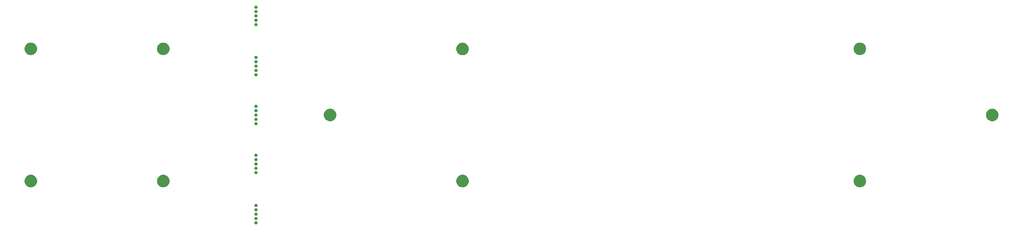
<source format=gbr>
G04 #@! TF.GenerationSoftware,KiCad,Pcbnew,(5.1.2-1)-1*
G04 #@! TF.CreationDate,2020-02-22T14:08:41-06:00*
G04 #@! TF.ProjectId,therick64BASP_bottom_plate,74686572-6963-46b3-9634-424153505f62,rev?*
G04 #@! TF.SameCoordinates,Original*
G04 #@! TF.FileFunction,Soldermask,Bot*
G04 #@! TF.FilePolarity,Negative*
%FSLAX46Y46*%
G04 Gerber Fmt 4.6, Leading zero omitted, Abs format (unit mm)*
G04 Created by KiCad (PCBNEW (5.1.2-1)-1) date 2020-02-22 14:08:41*
%MOMM*%
%LPD*%
G04 APERTURE LIST*
%ADD10C,0.100000*%
G04 APERTURE END LIST*
D10*
G36*
X143771552Y-109226331D02*
G01*
X143853627Y-109260328D01*
X143853629Y-109260329D01*
X143890813Y-109285175D01*
X143927495Y-109309685D01*
X143990315Y-109372505D01*
X144039672Y-109446373D01*
X144073669Y-109528448D01*
X144091000Y-109615579D01*
X144091000Y-109704421D01*
X144073669Y-109791552D01*
X144039672Y-109873627D01*
X144039671Y-109873629D01*
X143990314Y-109947496D01*
X143927496Y-110010314D01*
X143853629Y-110059671D01*
X143853628Y-110059672D01*
X143853627Y-110059672D01*
X143771552Y-110093669D01*
X143684421Y-110111000D01*
X143595579Y-110111000D01*
X143508448Y-110093669D01*
X143426373Y-110059672D01*
X143426372Y-110059672D01*
X143426371Y-110059671D01*
X143352504Y-110010314D01*
X143289686Y-109947496D01*
X143240329Y-109873629D01*
X143240328Y-109873627D01*
X143206331Y-109791552D01*
X143189000Y-109704421D01*
X143189000Y-109615579D01*
X143206331Y-109528448D01*
X143240328Y-109446373D01*
X143289685Y-109372505D01*
X143352505Y-109309685D01*
X143389187Y-109285175D01*
X143426371Y-109260329D01*
X143426373Y-109260328D01*
X143508448Y-109226331D01*
X143595579Y-109209000D01*
X143684421Y-109209000D01*
X143771552Y-109226331D01*
X143771552Y-109226331D01*
G37*
G36*
X143771552Y-107976331D02*
G01*
X143853627Y-108010328D01*
X143853629Y-108010329D01*
X143890813Y-108035175D01*
X143927495Y-108059685D01*
X143990315Y-108122505D01*
X144039672Y-108196373D01*
X144073669Y-108278448D01*
X144091000Y-108365579D01*
X144091000Y-108454421D01*
X144073669Y-108541552D01*
X144039672Y-108623627D01*
X144039671Y-108623629D01*
X143990314Y-108697496D01*
X143927496Y-108760314D01*
X143853629Y-108809671D01*
X143853628Y-108809672D01*
X143853627Y-108809672D01*
X143771552Y-108843669D01*
X143684421Y-108861000D01*
X143595579Y-108861000D01*
X143508448Y-108843669D01*
X143426373Y-108809672D01*
X143426372Y-108809672D01*
X143426371Y-108809671D01*
X143352504Y-108760314D01*
X143289686Y-108697496D01*
X143240329Y-108623629D01*
X143240328Y-108623627D01*
X143206331Y-108541552D01*
X143189000Y-108454421D01*
X143189000Y-108365579D01*
X143206331Y-108278448D01*
X143240328Y-108196373D01*
X143289685Y-108122505D01*
X143352505Y-108059685D01*
X143389187Y-108035175D01*
X143426371Y-108010329D01*
X143426373Y-108010328D01*
X143508448Y-107976331D01*
X143595579Y-107959000D01*
X143684421Y-107959000D01*
X143771552Y-107976331D01*
X143771552Y-107976331D01*
G37*
G36*
X143771552Y-106726331D02*
G01*
X143853627Y-106760328D01*
X143853629Y-106760329D01*
X143890813Y-106785175D01*
X143927495Y-106809685D01*
X143990315Y-106872505D01*
X144039672Y-106946373D01*
X144073669Y-107028448D01*
X144091000Y-107115579D01*
X144091000Y-107204421D01*
X144073669Y-107291552D01*
X144039672Y-107373627D01*
X144039671Y-107373629D01*
X143990314Y-107447496D01*
X143927496Y-107510314D01*
X143853629Y-107559671D01*
X143853628Y-107559672D01*
X143853627Y-107559672D01*
X143771552Y-107593669D01*
X143684421Y-107611000D01*
X143595579Y-107611000D01*
X143508448Y-107593669D01*
X143426373Y-107559672D01*
X143426372Y-107559672D01*
X143426371Y-107559671D01*
X143352504Y-107510314D01*
X143289686Y-107447496D01*
X143240329Y-107373629D01*
X143240328Y-107373627D01*
X143206331Y-107291552D01*
X143189000Y-107204421D01*
X143189000Y-107115579D01*
X143206331Y-107028448D01*
X143240328Y-106946373D01*
X143289685Y-106872505D01*
X143352505Y-106809685D01*
X143389187Y-106785175D01*
X143426371Y-106760329D01*
X143426373Y-106760328D01*
X143508448Y-106726331D01*
X143595579Y-106709000D01*
X143684421Y-106709000D01*
X143771552Y-106726331D01*
X143771552Y-106726331D01*
G37*
G36*
X143771552Y-105476331D02*
G01*
X143853627Y-105510328D01*
X143853629Y-105510329D01*
X143890813Y-105535175D01*
X143927495Y-105559685D01*
X143990315Y-105622505D01*
X144039672Y-105696373D01*
X144073669Y-105778448D01*
X144091000Y-105865579D01*
X144091000Y-105954421D01*
X144073669Y-106041552D01*
X144039672Y-106123627D01*
X144039671Y-106123629D01*
X143990314Y-106197496D01*
X143927496Y-106260314D01*
X143853629Y-106309671D01*
X143853628Y-106309672D01*
X143853627Y-106309672D01*
X143771552Y-106343669D01*
X143684421Y-106361000D01*
X143595579Y-106361000D01*
X143508448Y-106343669D01*
X143426373Y-106309672D01*
X143426372Y-106309672D01*
X143426371Y-106309671D01*
X143352504Y-106260314D01*
X143289686Y-106197496D01*
X143240329Y-106123629D01*
X143240328Y-106123627D01*
X143206331Y-106041552D01*
X143189000Y-105954421D01*
X143189000Y-105865579D01*
X143206331Y-105778448D01*
X143240328Y-105696373D01*
X143289685Y-105622505D01*
X143352505Y-105559685D01*
X143389187Y-105535175D01*
X143426371Y-105510329D01*
X143426373Y-105510328D01*
X143508448Y-105476331D01*
X143595579Y-105459000D01*
X143684421Y-105459000D01*
X143771552Y-105476331D01*
X143771552Y-105476331D01*
G37*
G36*
X143771552Y-104226331D02*
G01*
X143853627Y-104260328D01*
X143853629Y-104260329D01*
X143890813Y-104285175D01*
X143927495Y-104309685D01*
X143990315Y-104372505D01*
X144039672Y-104446373D01*
X144073669Y-104528448D01*
X144091000Y-104615579D01*
X144091000Y-104704421D01*
X144073669Y-104791552D01*
X144039672Y-104873627D01*
X144039671Y-104873629D01*
X143990314Y-104947496D01*
X143927496Y-105010314D01*
X143853629Y-105059671D01*
X143853628Y-105059672D01*
X143853627Y-105059672D01*
X143771552Y-105093669D01*
X143684421Y-105111000D01*
X143595579Y-105111000D01*
X143508448Y-105093669D01*
X143426373Y-105059672D01*
X143426372Y-105059672D01*
X143426371Y-105059671D01*
X143352504Y-105010314D01*
X143289686Y-104947496D01*
X143240329Y-104873629D01*
X143240328Y-104873627D01*
X143206331Y-104791552D01*
X143189000Y-104704421D01*
X143189000Y-104615579D01*
X143206331Y-104528448D01*
X143240328Y-104446373D01*
X143289685Y-104372505D01*
X143352505Y-104309685D01*
X143389187Y-104285175D01*
X143426371Y-104260329D01*
X143426373Y-104260328D01*
X143508448Y-104226331D01*
X143595579Y-104209000D01*
X143684421Y-104209000D01*
X143771552Y-104226331D01*
X143771552Y-104226331D01*
G37*
G36*
X317445331Y-95928211D02*
G01*
X317773092Y-96063974D01*
X318068070Y-96261072D01*
X318318928Y-96511930D01*
X318516026Y-96806908D01*
X318651789Y-97134669D01*
X318721000Y-97482616D01*
X318721000Y-97837384D01*
X318651789Y-98185331D01*
X318516026Y-98513092D01*
X318318928Y-98808070D01*
X318068070Y-99058928D01*
X317773092Y-99256026D01*
X317445331Y-99391789D01*
X317097384Y-99461000D01*
X316742616Y-99461000D01*
X316394669Y-99391789D01*
X316066908Y-99256026D01*
X315771930Y-99058928D01*
X315521072Y-98808070D01*
X315323974Y-98513092D01*
X315188211Y-98185331D01*
X315119000Y-97837384D01*
X315119000Y-97482616D01*
X315188211Y-97134669D01*
X315323974Y-96806908D01*
X315521072Y-96511930D01*
X315771930Y-96261072D01*
X316066908Y-96063974D01*
X316394669Y-95928211D01*
X316742616Y-95859000D01*
X317097384Y-95859000D01*
X317445331Y-95928211D01*
X317445331Y-95928211D01*
G37*
G36*
X203445331Y-95928211D02*
G01*
X203773092Y-96063974D01*
X204068070Y-96261072D01*
X204318928Y-96511930D01*
X204516026Y-96806908D01*
X204651789Y-97134669D01*
X204721000Y-97482616D01*
X204721000Y-97837384D01*
X204651789Y-98185331D01*
X204516026Y-98513092D01*
X204318928Y-98808070D01*
X204068070Y-99058928D01*
X203773092Y-99256026D01*
X203445331Y-99391789D01*
X203097384Y-99461000D01*
X202742616Y-99461000D01*
X202394669Y-99391789D01*
X202066908Y-99256026D01*
X201771930Y-99058928D01*
X201521072Y-98808070D01*
X201323974Y-98513092D01*
X201188211Y-98185331D01*
X201119000Y-97837384D01*
X201119000Y-97482616D01*
X201188211Y-97134669D01*
X201323974Y-96806908D01*
X201521072Y-96511930D01*
X201771930Y-96261072D01*
X202066908Y-96063974D01*
X202394669Y-95928211D01*
X202742616Y-95859000D01*
X203097384Y-95859000D01*
X203445331Y-95928211D01*
X203445331Y-95928211D01*
G37*
G36*
X117565331Y-95928211D02*
G01*
X117893092Y-96063974D01*
X118188070Y-96261072D01*
X118438928Y-96511930D01*
X118636026Y-96806908D01*
X118771789Y-97134669D01*
X118841000Y-97482616D01*
X118841000Y-97837384D01*
X118771789Y-98185331D01*
X118636026Y-98513092D01*
X118438928Y-98808070D01*
X118188070Y-99058928D01*
X117893092Y-99256026D01*
X117565331Y-99391789D01*
X117217384Y-99461000D01*
X116862616Y-99461000D01*
X116514669Y-99391789D01*
X116186908Y-99256026D01*
X115891930Y-99058928D01*
X115641072Y-98808070D01*
X115443974Y-98513092D01*
X115308211Y-98185331D01*
X115239000Y-97837384D01*
X115239000Y-97482616D01*
X115308211Y-97134669D01*
X115443974Y-96806908D01*
X115641072Y-96511930D01*
X115891930Y-96261072D01*
X116186908Y-96063974D01*
X116514669Y-95928211D01*
X116862616Y-95859000D01*
X117217384Y-95859000D01*
X117565331Y-95928211D01*
X117565331Y-95928211D01*
G37*
G36*
X79565331Y-95928211D02*
G01*
X79893092Y-96063974D01*
X80188070Y-96261072D01*
X80438928Y-96511930D01*
X80636026Y-96806908D01*
X80771789Y-97134669D01*
X80841000Y-97482616D01*
X80841000Y-97837384D01*
X80771789Y-98185331D01*
X80636026Y-98513092D01*
X80438928Y-98808070D01*
X80188070Y-99058928D01*
X79893092Y-99256026D01*
X79565331Y-99391789D01*
X79217384Y-99461000D01*
X78862616Y-99461000D01*
X78514669Y-99391789D01*
X78186908Y-99256026D01*
X77891930Y-99058928D01*
X77641072Y-98808070D01*
X77443974Y-98513092D01*
X77308211Y-98185331D01*
X77239000Y-97837384D01*
X77239000Y-97482616D01*
X77308211Y-97134669D01*
X77443974Y-96806908D01*
X77641072Y-96511930D01*
X77891930Y-96261072D01*
X78186908Y-96063974D01*
X78514669Y-95928211D01*
X78862616Y-95859000D01*
X79217384Y-95859000D01*
X79565331Y-95928211D01*
X79565331Y-95928211D01*
G37*
G36*
X143771552Y-94786331D02*
G01*
X143853627Y-94820328D01*
X143853629Y-94820329D01*
X143890813Y-94845175D01*
X143927495Y-94869685D01*
X143990315Y-94932505D01*
X144039672Y-95006373D01*
X144073669Y-95088448D01*
X144091000Y-95175579D01*
X144091000Y-95264421D01*
X144073669Y-95351552D01*
X144039672Y-95433627D01*
X144039671Y-95433629D01*
X143990314Y-95507496D01*
X143927496Y-95570314D01*
X143853629Y-95619671D01*
X143853628Y-95619672D01*
X143853627Y-95619672D01*
X143771552Y-95653669D01*
X143684421Y-95671000D01*
X143595579Y-95671000D01*
X143508448Y-95653669D01*
X143426373Y-95619672D01*
X143426372Y-95619672D01*
X143426371Y-95619671D01*
X143352504Y-95570314D01*
X143289686Y-95507496D01*
X143240329Y-95433629D01*
X143240328Y-95433627D01*
X143206331Y-95351552D01*
X143189000Y-95264421D01*
X143189000Y-95175579D01*
X143206331Y-95088448D01*
X143240328Y-95006373D01*
X143289685Y-94932505D01*
X143352505Y-94869685D01*
X143389187Y-94845175D01*
X143426371Y-94820329D01*
X143426373Y-94820328D01*
X143508448Y-94786331D01*
X143595579Y-94769000D01*
X143684421Y-94769000D01*
X143771552Y-94786331D01*
X143771552Y-94786331D01*
G37*
G36*
X143771552Y-93536331D02*
G01*
X143853627Y-93570328D01*
X143853629Y-93570329D01*
X143890813Y-93595175D01*
X143927495Y-93619685D01*
X143990315Y-93682505D01*
X144039672Y-93756373D01*
X144073669Y-93838448D01*
X144091000Y-93925579D01*
X144091000Y-94014421D01*
X144073669Y-94101552D01*
X144039672Y-94183627D01*
X144039671Y-94183629D01*
X143990314Y-94257496D01*
X143927496Y-94320314D01*
X143853629Y-94369671D01*
X143853628Y-94369672D01*
X143853627Y-94369672D01*
X143771552Y-94403669D01*
X143684421Y-94421000D01*
X143595579Y-94421000D01*
X143508448Y-94403669D01*
X143426373Y-94369672D01*
X143426372Y-94369672D01*
X143426371Y-94369671D01*
X143352504Y-94320314D01*
X143289686Y-94257496D01*
X143240329Y-94183629D01*
X143240328Y-94183627D01*
X143206331Y-94101552D01*
X143189000Y-94014421D01*
X143189000Y-93925579D01*
X143206331Y-93838448D01*
X143240328Y-93756373D01*
X143289685Y-93682505D01*
X143352505Y-93619685D01*
X143389187Y-93595175D01*
X143426371Y-93570329D01*
X143426373Y-93570328D01*
X143508448Y-93536331D01*
X143595579Y-93519000D01*
X143684421Y-93519000D01*
X143771552Y-93536331D01*
X143771552Y-93536331D01*
G37*
G36*
X143771552Y-92286331D02*
G01*
X143853627Y-92320328D01*
X143853629Y-92320329D01*
X143890813Y-92345175D01*
X143927495Y-92369685D01*
X143990315Y-92432505D01*
X144039672Y-92506373D01*
X144073669Y-92588448D01*
X144091000Y-92675579D01*
X144091000Y-92764421D01*
X144073669Y-92851552D01*
X144039672Y-92933627D01*
X144039671Y-92933629D01*
X143990314Y-93007496D01*
X143927496Y-93070314D01*
X143853629Y-93119671D01*
X143853628Y-93119672D01*
X143853627Y-93119672D01*
X143771552Y-93153669D01*
X143684421Y-93171000D01*
X143595579Y-93171000D01*
X143508448Y-93153669D01*
X143426373Y-93119672D01*
X143426372Y-93119672D01*
X143426371Y-93119671D01*
X143352504Y-93070314D01*
X143289686Y-93007496D01*
X143240329Y-92933629D01*
X143240328Y-92933627D01*
X143206331Y-92851552D01*
X143189000Y-92764421D01*
X143189000Y-92675579D01*
X143206331Y-92588448D01*
X143240328Y-92506373D01*
X143289685Y-92432505D01*
X143352505Y-92369685D01*
X143389187Y-92345175D01*
X143426371Y-92320329D01*
X143426373Y-92320328D01*
X143508448Y-92286331D01*
X143595579Y-92269000D01*
X143684421Y-92269000D01*
X143771552Y-92286331D01*
X143771552Y-92286331D01*
G37*
G36*
X143771552Y-91036331D02*
G01*
X143853627Y-91070328D01*
X143853629Y-91070329D01*
X143890813Y-91095175D01*
X143927495Y-91119685D01*
X143990315Y-91182505D01*
X144039672Y-91256373D01*
X144073669Y-91338448D01*
X144091000Y-91425579D01*
X144091000Y-91514421D01*
X144073669Y-91601552D01*
X144039672Y-91683627D01*
X144039671Y-91683629D01*
X143990314Y-91757496D01*
X143927496Y-91820314D01*
X143853629Y-91869671D01*
X143853628Y-91869672D01*
X143853627Y-91869672D01*
X143771552Y-91903669D01*
X143684421Y-91921000D01*
X143595579Y-91921000D01*
X143508448Y-91903669D01*
X143426373Y-91869672D01*
X143426372Y-91869672D01*
X143426371Y-91869671D01*
X143352504Y-91820314D01*
X143289686Y-91757496D01*
X143240329Y-91683629D01*
X143240328Y-91683627D01*
X143206331Y-91601552D01*
X143189000Y-91514421D01*
X143189000Y-91425579D01*
X143206331Y-91338448D01*
X143240328Y-91256373D01*
X143289685Y-91182505D01*
X143352505Y-91119685D01*
X143389187Y-91095175D01*
X143426371Y-91070329D01*
X143426373Y-91070328D01*
X143508448Y-91036331D01*
X143595579Y-91019000D01*
X143684421Y-91019000D01*
X143771552Y-91036331D01*
X143771552Y-91036331D01*
G37*
G36*
X143771552Y-89786331D02*
G01*
X143853627Y-89820328D01*
X143853629Y-89820329D01*
X143890813Y-89845175D01*
X143927495Y-89869685D01*
X143990315Y-89932505D01*
X144039672Y-90006373D01*
X144073669Y-90088448D01*
X144091000Y-90175579D01*
X144091000Y-90264421D01*
X144073669Y-90351552D01*
X144039672Y-90433627D01*
X144039671Y-90433629D01*
X143990314Y-90507496D01*
X143927496Y-90570314D01*
X143853629Y-90619671D01*
X143853628Y-90619672D01*
X143853627Y-90619672D01*
X143771552Y-90653669D01*
X143684421Y-90671000D01*
X143595579Y-90671000D01*
X143508448Y-90653669D01*
X143426373Y-90619672D01*
X143426372Y-90619672D01*
X143426371Y-90619671D01*
X143352504Y-90570314D01*
X143289686Y-90507496D01*
X143240329Y-90433629D01*
X143240328Y-90433627D01*
X143206331Y-90351552D01*
X143189000Y-90264421D01*
X143189000Y-90175579D01*
X143206331Y-90088448D01*
X143240328Y-90006373D01*
X143289685Y-89932505D01*
X143352505Y-89869685D01*
X143389187Y-89845175D01*
X143426371Y-89820329D01*
X143426373Y-89820328D01*
X143508448Y-89786331D01*
X143595579Y-89769000D01*
X143684421Y-89769000D01*
X143771552Y-89786331D01*
X143771552Y-89786331D01*
G37*
G36*
X143771552Y-80726331D02*
G01*
X143853627Y-80760328D01*
X143853629Y-80760329D01*
X143890813Y-80785175D01*
X143927495Y-80809685D01*
X143990315Y-80872505D01*
X144039672Y-80946373D01*
X144073669Y-81028448D01*
X144091000Y-81115579D01*
X144091000Y-81204421D01*
X144073669Y-81291552D01*
X144039672Y-81373627D01*
X144039671Y-81373629D01*
X143990314Y-81447496D01*
X143927496Y-81510314D01*
X143853629Y-81559671D01*
X143853628Y-81559672D01*
X143853627Y-81559672D01*
X143771552Y-81593669D01*
X143684421Y-81611000D01*
X143595579Y-81611000D01*
X143508448Y-81593669D01*
X143426373Y-81559672D01*
X143426372Y-81559672D01*
X143426371Y-81559671D01*
X143352504Y-81510314D01*
X143289686Y-81447496D01*
X143240329Y-81373629D01*
X143240328Y-81373627D01*
X143206331Y-81291552D01*
X143189000Y-81204421D01*
X143189000Y-81115579D01*
X143206331Y-81028448D01*
X143240328Y-80946373D01*
X143289685Y-80872505D01*
X143352505Y-80809685D01*
X143389187Y-80785175D01*
X143426371Y-80760329D01*
X143426373Y-80760328D01*
X143508448Y-80726331D01*
X143595579Y-80709000D01*
X143684421Y-80709000D01*
X143771552Y-80726331D01*
X143771552Y-80726331D01*
G37*
G36*
X165445331Y-76928211D02*
G01*
X165773092Y-77063974D01*
X166068070Y-77261072D01*
X166318928Y-77511930D01*
X166516026Y-77806908D01*
X166651789Y-78134669D01*
X166721000Y-78482616D01*
X166721000Y-78837384D01*
X166651789Y-79185331D01*
X166516026Y-79513092D01*
X166318928Y-79808070D01*
X166068070Y-80058928D01*
X165773092Y-80256026D01*
X165445331Y-80391789D01*
X165097384Y-80461000D01*
X164742616Y-80461000D01*
X164394669Y-80391789D01*
X164066908Y-80256026D01*
X163771930Y-80058928D01*
X163521072Y-79808070D01*
X163323974Y-79513092D01*
X163188211Y-79185331D01*
X163119000Y-78837384D01*
X163119000Y-78482616D01*
X163188211Y-78134669D01*
X163323974Y-77806908D01*
X163521072Y-77511930D01*
X163771930Y-77261072D01*
X164066908Y-77063974D01*
X164394669Y-76928211D01*
X164742616Y-76859000D01*
X165097384Y-76859000D01*
X165445331Y-76928211D01*
X165445331Y-76928211D01*
G37*
G36*
X355445331Y-76928211D02*
G01*
X355773092Y-77063974D01*
X356068070Y-77261072D01*
X356318928Y-77511930D01*
X356516026Y-77806908D01*
X356651789Y-78134669D01*
X356721000Y-78482616D01*
X356721000Y-78837384D01*
X356651789Y-79185331D01*
X356516026Y-79513092D01*
X356318928Y-79808070D01*
X356068070Y-80058928D01*
X355773092Y-80256026D01*
X355445331Y-80391789D01*
X355097384Y-80461000D01*
X354742616Y-80461000D01*
X354394669Y-80391789D01*
X354066908Y-80256026D01*
X353771930Y-80058928D01*
X353521072Y-79808070D01*
X353323974Y-79513092D01*
X353188211Y-79185331D01*
X353119000Y-78837384D01*
X353119000Y-78482616D01*
X353188211Y-78134669D01*
X353323974Y-77806908D01*
X353521072Y-77511930D01*
X353771930Y-77261072D01*
X354066908Y-77063974D01*
X354394669Y-76928211D01*
X354742616Y-76859000D01*
X355097384Y-76859000D01*
X355445331Y-76928211D01*
X355445331Y-76928211D01*
G37*
G36*
X143771552Y-79476331D02*
G01*
X143853627Y-79510328D01*
X143853629Y-79510329D01*
X143890813Y-79535175D01*
X143927495Y-79559685D01*
X143990315Y-79622505D01*
X144039672Y-79696373D01*
X144073669Y-79778448D01*
X144091000Y-79865579D01*
X144091000Y-79954421D01*
X144073669Y-80041552D01*
X144039672Y-80123627D01*
X144039671Y-80123629D01*
X143990314Y-80197496D01*
X143927496Y-80260314D01*
X143853629Y-80309671D01*
X143853628Y-80309672D01*
X143853627Y-80309672D01*
X143771552Y-80343669D01*
X143684421Y-80361000D01*
X143595579Y-80361000D01*
X143508448Y-80343669D01*
X143426373Y-80309672D01*
X143426372Y-80309672D01*
X143426371Y-80309671D01*
X143352504Y-80260314D01*
X143289686Y-80197496D01*
X143240329Y-80123629D01*
X143240328Y-80123627D01*
X143206331Y-80041552D01*
X143189000Y-79954421D01*
X143189000Y-79865579D01*
X143206331Y-79778448D01*
X143240328Y-79696373D01*
X143289685Y-79622505D01*
X143352505Y-79559685D01*
X143389187Y-79535175D01*
X143426371Y-79510329D01*
X143426373Y-79510328D01*
X143508448Y-79476331D01*
X143595579Y-79459000D01*
X143684421Y-79459000D01*
X143771552Y-79476331D01*
X143771552Y-79476331D01*
G37*
G36*
X143771552Y-78226331D02*
G01*
X143853627Y-78260328D01*
X143853629Y-78260329D01*
X143890813Y-78285175D01*
X143927495Y-78309685D01*
X143990315Y-78372505D01*
X144039672Y-78446373D01*
X144073669Y-78528448D01*
X144091000Y-78615579D01*
X144091000Y-78704421D01*
X144073669Y-78791552D01*
X144039672Y-78873627D01*
X144039671Y-78873629D01*
X143990314Y-78947496D01*
X143927496Y-79010314D01*
X143853629Y-79059671D01*
X143853628Y-79059672D01*
X143853627Y-79059672D01*
X143771552Y-79093669D01*
X143684421Y-79111000D01*
X143595579Y-79111000D01*
X143508448Y-79093669D01*
X143426373Y-79059672D01*
X143426372Y-79059672D01*
X143426371Y-79059671D01*
X143352504Y-79010314D01*
X143289686Y-78947496D01*
X143240329Y-78873629D01*
X143240328Y-78873627D01*
X143206331Y-78791552D01*
X143189000Y-78704421D01*
X143189000Y-78615579D01*
X143206331Y-78528448D01*
X143240328Y-78446373D01*
X143289685Y-78372505D01*
X143352505Y-78309685D01*
X143389187Y-78285175D01*
X143426371Y-78260329D01*
X143426373Y-78260328D01*
X143508448Y-78226331D01*
X143595579Y-78209000D01*
X143684421Y-78209000D01*
X143771552Y-78226331D01*
X143771552Y-78226331D01*
G37*
G36*
X143771552Y-76976331D02*
G01*
X143853627Y-77010328D01*
X143853629Y-77010329D01*
X143890813Y-77035175D01*
X143927495Y-77059685D01*
X143990315Y-77122505D01*
X144039672Y-77196373D01*
X144073669Y-77278448D01*
X144091000Y-77365579D01*
X144091000Y-77454421D01*
X144073669Y-77541552D01*
X144039672Y-77623627D01*
X144039671Y-77623629D01*
X143990314Y-77697496D01*
X143927496Y-77760314D01*
X143853629Y-77809671D01*
X143853628Y-77809672D01*
X143853627Y-77809672D01*
X143771552Y-77843669D01*
X143684421Y-77861000D01*
X143595579Y-77861000D01*
X143508448Y-77843669D01*
X143426373Y-77809672D01*
X143426372Y-77809672D01*
X143426371Y-77809671D01*
X143352504Y-77760314D01*
X143289686Y-77697496D01*
X143240329Y-77623629D01*
X143240328Y-77623627D01*
X143206331Y-77541552D01*
X143189000Y-77454421D01*
X143189000Y-77365579D01*
X143206331Y-77278448D01*
X143240328Y-77196373D01*
X143289685Y-77122505D01*
X143352505Y-77059685D01*
X143389187Y-77035175D01*
X143426371Y-77010329D01*
X143426373Y-77010328D01*
X143508448Y-76976331D01*
X143595579Y-76959000D01*
X143684421Y-76959000D01*
X143771552Y-76976331D01*
X143771552Y-76976331D01*
G37*
G36*
X143771552Y-75726331D02*
G01*
X143853627Y-75760328D01*
X143853629Y-75760329D01*
X143890813Y-75785175D01*
X143927495Y-75809685D01*
X143990315Y-75872505D01*
X144039672Y-75946373D01*
X144073669Y-76028448D01*
X144091000Y-76115579D01*
X144091000Y-76204421D01*
X144073669Y-76291552D01*
X144039672Y-76373627D01*
X144039671Y-76373629D01*
X143990314Y-76447496D01*
X143927496Y-76510314D01*
X143853629Y-76559671D01*
X143853628Y-76559672D01*
X143853627Y-76559672D01*
X143771552Y-76593669D01*
X143684421Y-76611000D01*
X143595579Y-76611000D01*
X143508448Y-76593669D01*
X143426373Y-76559672D01*
X143426372Y-76559672D01*
X143426371Y-76559671D01*
X143352504Y-76510314D01*
X143289686Y-76447496D01*
X143240329Y-76373629D01*
X143240328Y-76373627D01*
X143206331Y-76291552D01*
X143189000Y-76204421D01*
X143189000Y-76115579D01*
X143206331Y-76028448D01*
X143240328Y-75946373D01*
X143289685Y-75872505D01*
X143352505Y-75809685D01*
X143389187Y-75785175D01*
X143426371Y-75760329D01*
X143426373Y-75760328D01*
X143508448Y-75726331D01*
X143595579Y-75709000D01*
X143684421Y-75709000D01*
X143771552Y-75726331D01*
X143771552Y-75726331D01*
G37*
G36*
X143771552Y-66666331D02*
G01*
X143853627Y-66700328D01*
X143853629Y-66700329D01*
X143890813Y-66725175D01*
X143927495Y-66749685D01*
X143990315Y-66812505D01*
X144039672Y-66886373D01*
X144073669Y-66968448D01*
X144091000Y-67055579D01*
X144091000Y-67144421D01*
X144073669Y-67231552D01*
X144039672Y-67313627D01*
X144039671Y-67313629D01*
X143990314Y-67387496D01*
X143927496Y-67450314D01*
X143853629Y-67499671D01*
X143853628Y-67499672D01*
X143853627Y-67499672D01*
X143771552Y-67533669D01*
X143684421Y-67551000D01*
X143595579Y-67551000D01*
X143508448Y-67533669D01*
X143426373Y-67499672D01*
X143426372Y-67499672D01*
X143426371Y-67499671D01*
X143352504Y-67450314D01*
X143289686Y-67387496D01*
X143240329Y-67313629D01*
X143240328Y-67313627D01*
X143206331Y-67231552D01*
X143189000Y-67144421D01*
X143189000Y-67055579D01*
X143206331Y-66968448D01*
X143240328Y-66886373D01*
X143289685Y-66812505D01*
X143352505Y-66749685D01*
X143389187Y-66725175D01*
X143426371Y-66700329D01*
X143426373Y-66700328D01*
X143508448Y-66666331D01*
X143595579Y-66649000D01*
X143684421Y-66649000D01*
X143771552Y-66666331D01*
X143771552Y-66666331D01*
G37*
G36*
X143771552Y-65416331D02*
G01*
X143853627Y-65450328D01*
X143853629Y-65450329D01*
X143890813Y-65475175D01*
X143927495Y-65499685D01*
X143990315Y-65562505D01*
X144039672Y-65636373D01*
X144073669Y-65718448D01*
X144091000Y-65805579D01*
X144091000Y-65894421D01*
X144073669Y-65981552D01*
X144039672Y-66063627D01*
X144039671Y-66063629D01*
X143990314Y-66137496D01*
X143927496Y-66200314D01*
X143853629Y-66249671D01*
X143853628Y-66249672D01*
X143853627Y-66249672D01*
X143771552Y-66283669D01*
X143684421Y-66301000D01*
X143595579Y-66301000D01*
X143508448Y-66283669D01*
X143426373Y-66249672D01*
X143426372Y-66249672D01*
X143426371Y-66249671D01*
X143352504Y-66200314D01*
X143289686Y-66137496D01*
X143240329Y-66063629D01*
X143240328Y-66063627D01*
X143206331Y-65981552D01*
X143189000Y-65894421D01*
X143189000Y-65805579D01*
X143206331Y-65718448D01*
X143240328Y-65636373D01*
X143289685Y-65562505D01*
X143352505Y-65499685D01*
X143389187Y-65475175D01*
X143426371Y-65450329D01*
X143426373Y-65450328D01*
X143508448Y-65416331D01*
X143595579Y-65399000D01*
X143684421Y-65399000D01*
X143771552Y-65416331D01*
X143771552Y-65416331D01*
G37*
G36*
X143771552Y-64166331D02*
G01*
X143853627Y-64200328D01*
X143853629Y-64200329D01*
X143890813Y-64225175D01*
X143927495Y-64249685D01*
X143990315Y-64312505D01*
X144039672Y-64386373D01*
X144073669Y-64468448D01*
X144091000Y-64555579D01*
X144091000Y-64644421D01*
X144073669Y-64731552D01*
X144039672Y-64813627D01*
X144039671Y-64813629D01*
X143990314Y-64887496D01*
X143927496Y-64950314D01*
X143853629Y-64999671D01*
X143853628Y-64999672D01*
X143853627Y-64999672D01*
X143771552Y-65033669D01*
X143684421Y-65051000D01*
X143595579Y-65051000D01*
X143508448Y-65033669D01*
X143426373Y-64999672D01*
X143426372Y-64999672D01*
X143426371Y-64999671D01*
X143352504Y-64950314D01*
X143289686Y-64887496D01*
X143240329Y-64813629D01*
X143240328Y-64813627D01*
X143206331Y-64731552D01*
X143189000Y-64644421D01*
X143189000Y-64555579D01*
X143206331Y-64468448D01*
X143240328Y-64386373D01*
X143289685Y-64312505D01*
X143352505Y-64249685D01*
X143389187Y-64225175D01*
X143426371Y-64200329D01*
X143426373Y-64200328D01*
X143508448Y-64166331D01*
X143595579Y-64149000D01*
X143684421Y-64149000D01*
X143771552Y-64166331D01*
X143771552Y-64166331D01*
G37*
G36*
X143771552Y-62916331D02*
G01*
X143853627Y-62950328D01*
X143853629Y-62950329D01*
X143890813Y-62975175D01*
X143927495Y-62999685D01*
X143990315Y-63062505D01*
X144039672Y-63136373D01*
X144073669Y-63218448D01*
X144091000Y-63305579D01*
X144091000Y-63394421D01*
X144073669Y-63481552D01*
X144039672Y-63563627D01*
X144039671Y-63563629D01*
X143990314Y-63637496D01*
X143927496Y-63700314D01*
X143853629Y-63749671D01*
X143853628Y-63749672D01*
X143853627Y-63749672D01*
X143771552Y-63783669D01*
X143684421Y-63801000D01*
X143595579Y-63801000D01*
X143508448Y-63783669D01*
X143426373Y-63749672D01*
X143426372Y-63749672D01*
X143426371Y-63749671D01*
X143352504Y-63700314D01*
X143289686Y-63637496D01*
X143240329Y-63563629D01*
X143240328Y-63563627D01*
X143206331Y-63481552D01*
X143189000Y-63394421D01*
X143189000Y-63305579D01*
X143206331Y-63218448D01*
X143240328Y-63136373D01*
X143289685Y-63062505D01*
X143352505Y-62999685D01*
X143389187Y-62975175D01*
X143426371Y-62950329D01*
X143426373Y-62950328D01*
X143508448Y-62916331D01*
X143595579Y-62899000D01*
X143684421Y-62899000D01*
X143771552Y-62916331D01*
X143771552Y-62916331D01*
G37*
G36*
X143771552Y-61666331D02*
G01*
X143853627Y-61700328D01*
X143853629Y-61700329D01*
X143890813Y-61725175D01*
X143927495Y-61749685D01*
X143990315Y-61812505D01*
X144039672Y-61886373D01*
X144073669Y-61968448D01*
X144091000Y-62055579D01*
X144091000Y-62144421D01*
X144073669Y-62231552D01*
X144039672Y-62313627D01*
X144039671Y-62313629D01*
X143990314Y-62387496D01*
X143927496Y-62450314D01*
X143853629Y-62499671D01*
X143853628Y-62499672D01*
X143853627Y-62499672D01*
X143771552Y-62533669D01*
X143684421Y-62551000D01*
X143595579Y-62551000D01*
X143508448Y-62533669D01*
X143426373Y-62499672D01*
X143426372Y-62499672D01*
X143426371Y-62499671D01*
X143352504Y-62450314D01*
X143289686Y-62387496D01*
X143240329Y-62313629D01*
X143240328Y-62313627D01*
X143206331Y-62231552D01*
X143189000Y-62144421D01*
X143189000Y-62055579D01*
X143206331Y-61968448D01*
X143240328Y-61886373D01*
X143289685Y-61812505D01*
X143352505Y-61749685D01*
X143389187Y-61725175D01*
X143426371Y-61700329D01*
X143426373Y-61700328D01*
X143508448Y-61666331D01*
X143595579Y-61649000D01*
X143684421Y-61649000D01*
X143771552Y-61666331D01*
X143771552Y-61666331D01*
G37*
G36*
X203445331Y-57943211D02*
G01*
X203773092Y-58078974D01*
X204068070Y-58276072D01*
X204318928Y-58526930D01*
X204516026Y-58821908D01*
X204651789Y-59149669D01*
X204721000Y-59497616D01*
X204721000Y-59852384D01*
X204651789Y-60200331D01*
X204516026Y-60528092D01*
X204318928Y-60823070D01*
X204068070Y-61073928D01*
X203773092Y-61271026D01*
X203445331Y-61406789D01*
X203097384Y-61476000D01*
X202742616Y-61476000D01*
X202394669Y-61406789D01*
X202066908Y-61271026D01*
X201771930Y-61073928D01*
X201521072Y-60823070D01*
X201323974Y-60528092D01*
X201188211Y-60200331D01*
X201119000Y-59852384D01*
X201119000Y-59497616D01*
X201188211Y-59149669D01*
X201323974Y-58821908D01*
X201521072Y-58526930D01*
X201771930Y-58276072D01*
X202066908Y-58078974D01*
X202394669Y-57943211D01*
X202742616Y-57874000D01*
X203097384Y-57874000D01*
X203445331Y-57943211D01*
X203445331Y-57943211D01*
G37*
G36*
X117565331Y-57928211D02*
G01*
X117893092Y-58063974D01*
X118188070Y-58261072D01*
X118438928Y-58511930D01*
X118636026Y-58806908D01*
X118771789Y-59134669D01*
X118841000Y-59482616D01*
X118841000Y-59837384D01*
X118771789Y-60185331D01*
X118636026Y-60513092D01*
X118438928Y-60808070D01*
X118188070Y-61058928D01*
X117893092Y-61256026D01*
X117565331Y-61391789D01*
X117217384Y-61461000D01*
X116862616Y-61461000D01*
X116514669Y-61391789D01*
X116186908Y-61256026D01*
X115891930Y-61058928D01*
X115641072Y-60808070D01*
X115443974Y-60513092D01*
X115308211Y-60185331D01*
X115239000Y-59837384D01*
X115239000Y-59482616D01*
X115308211Y-59134669D01*
X115443974Y-58806908D01*
X115641072Y-58511930D01*
X115891930Y-58261072D01*
X116186908Y-58063974D01*
X116514669Y-57928211D01*
X116862616Y-57859000D01*
X117217384Y-57859000D01*
X117565331Y-57928211D01*
X117565331Y-57928211D01*
G37*
G36*
X317445331Y-57928211D02*
G01*
X317773092Y-58063974D01*
X318068070Y-58261072D01*
X318318928Y-58511930D01*
X318516026Y-58806908D01*
X318651789Y-59134669D01*
X318721000Y-59482616D01*
X318721000Y-59837384D01*
X318651789Y-60185331D01*
X318516026Y-60513092D01*
X318318928Y-60808070D01*
X318068070Y-61058928D01*
X317773092Y-61256026D01*
X317445331Y-61391789D01*
X317097384Y-61461000D01*
X316742616Y-61461000D01*
X316394669Y-61391789D01*
X316066908Y-61256026D01*
X315771930Y-61058928D01*
X315521072Y-60808070D01*
X315323974Y-60513092D01*
X315188211Y-60185331D01*
X315119000Y-59837384D01*
X315119000Y-59482616D01*
X315188211Y-59134669D01*
X315323974Y-58806908D01*
X315521072Y-58511930D01*
X315771930Y-58261072D01*
X316066908Y-58063974D01*
X316394669Y-57928211D01*
X316742616Y-57859000D01*
X317097384Y-57859000D01*
X317445331Y-57928211D01*
X317445331Y-57928211D01*
G37*
G36*
X79565331Y-57928211D02*
G01*
X79893092Y-58063974D01*
X80188070Y-58261072D01*
X80438928Y-58511930D01*
X80636026Y-58806908D01*
X80771789Y-59134669D01*
X80841000Y-59482616D01*
X80841000Y-59837384D01*
X80771789Y-60185331D01*
X80636026Y-60513092D01*
X80438928Y-60808070D01*
X80188070Y-61058928D01*
X79893092Y-61256026D01*
X79565331Y-61391789D01*
X79217384Y-61461000D01*
X78862616Y-61461000D01*
X78514669Y-61391789D01*
X78186908Y-61256026D01*
X77891930Y-61058928D01*
X77641072Y-60808070D01*
X77443974Y-60513092D01*
X77308211Y-60185331D01*
X77239000Y-59837384D01*
X77239000Y-59482616D01*
X77308211Y-59134669D01*
X77443974Y-58806908D01*
X77641072Y-58511930D01*
X77891930Y-58261072D01*
X78186908Y-58063974D01*
X78514669Y-57928211D01*
X78862616Y-57859000D01*
X79217384Y-57859000D01*
X79565331Y-57928211D01*
X79565331Y-57928211D01*
G37*
G36*
X143771552Y-52226331D02*
G01*
X143853627Y-52260328D01*
X143853629Y-52260329D01*
X143890813Y-52285175D01*
X143927495Y-52309685D01*
X143990315Y-52372505D01*
X144039672Y-52446373D01*
X144073669Y-52528448D01*
X144091000Y-52615579D01*
X144091000Y-52704421D01*
X144073669Y-52791552D01*
X144039672Y-52873627D01*
X144039671Y-52873629D01*
X143990314Y-52947496D01*
X143927496Y-53010314D01*
X143853629Y-53059671D01*
X143853628Y-53059672D01*
X143853627Y-53059672D01*
X143771552Y-53093669D01*
X143684421Y-53111000D01*
X143595579Y-53111000D01*
X143508448Y-53093669D01*
X143426373Y-53059672D01*
X143426372Y-53059672D01*
X143426371Y-53059671D01*
X143352504Y-53010314D01*
X143289686Y-52947496D01*
X143240329Y-52873629D01*
X143240328Y-52873627D01*
X143206331Y-52791552D01*
X143189000Y-52704421D01*
X143189000Y-52615579D01*
X143206331Y-52528448D01*
X143240328Y-52446373D01*
X143289685Y-52372505D01*
X143352505Y-52309685D01*
X143389187Y-52285175D01*
X143426371Y-52260329D01*
X143426373Y-52260328D01*
X143508448Y-52226331D01*
X143595579Y-52209000D01*
X143684421Y-52209000D01*
X143771552Y-52226331D01*
X143771552Y-52226331D01*
G37*
G36*
X143771552Y-50976331D02*
G01*
X143853627Y-51010328D01*
X143853629Y-51010329D01*
X143890813Y-51035175D01*
X143927495Y-51059685D01*
X143990315Y-51122505D01*
X144039672Y-51196373D01*
X144073669Y-51278448D01*
X144091000Y-51365579D01*
X144091000Y-51454421D01*
X144073669Y-51541552D01*
X144039672Y-51623627D01*
X144039671Y-51623629D01*
X143990314Y-51697496D01*
X143927496Y-51760314D01*
X143853629Y-51809671D01*
X143853628Y-51809672D01*
X143853627Y-51809672D01*
X143771552Y-51843669D01*
X143684421Y-51861000D01*
X143595579Y-51861000D01*
X143508448Y-51843669D01*
X143426373Y-51809672D01*
X143426372Y-51809672D01*
X143426371Y-51809671D01*
X143352504Y-51760314D01*
X143289686Y-51697496D01*
X143240329Y-51623629D01*
X143240328Y-51623627D01*
X143206331Y-51541552D01*
X143189000Y-51454421D01*
X143189000Y-51365579D01*
X143206331Y-51278448D01*
X143240328Y-51196373D01*
X143289685Y-51122505D01*
X143352505Y-51059685D01*
X143389187Y-51035175D01*
X143426371Y-51010329D01*
X143426373Y-51010328D01*
X143508448Y-50976331D01*
X143595579Y-50959000D01*
X143684421Y-50959000D01*
X143771552Y-50976331D01*
X143771552Y-50976331D01*
G37*
G36*
X143771552Y-49726331D02*
G01*
X143853627Y-49760328D01*
X143853629Y-49760329D01*
X143890813Y-49785175D01*
X143927495Y-49809685D01*
X143990315Y-49872505D01*
X144039672Y-49946373D01*
X144073669Y-50028448D01*
X144091000Y-50115579D01*
X144091000Y-50204421D01*
X144073669Y-50291552D01*
X144039672Y-50373627D01*
X144039671Y-50373629D01*
X143990314Y-50447496D01*
X143927496Y-50510314D01*
X143853629Y-50559671D01*
X143853628Y-50559672D01*
X143853627Y-50559672D01*
X143771552Y-50593669D01*
X143684421Y-50611000D01*
X143595579Y-50611000D01*
X143508448Y-50593669D01*
X143426373Y-50559672D01*
X143426372Y-50559672D01*
X143426371Y-50559671D01*
X143352504Y-50510314D01*
X143289686Y-50447496D01*
X143240329Y-50373629D01*
X143240328Y-50373627D01*
X143206331Y-50291552D01*
X143189000Y-50204421D01*
X143189000Y-50115579D01*
X143206331Y-50028448D01*
X143240328Y-49946373D01*
X143289685Y-49872505D01*
X143352505Y-49809685D01*
X143389187Y-49785175D01*
X143426371Y-49760329D01*
X143426373Y-49760328D01*
X143508448Y-49726331D01*
X143595579Y-49709000D01*
X143684421Y-49709000D01*
X143771552Y-49726331D01*
X143771552Y-49726331D01*
G37*
G36*
X143771552Y-48476331D02*
G01*
X143853627Y-48510328D01*
X143853629Y-48510329D01*
X143890813Y-48535175D01*
X143927495Y-48559685D01*
X143990315Y-48622505D01*
X144039672Y-48696373D01*
X144073669Y-48778448D01*
X144091000Y-48865579D01*
X144091000Y-48954421D01*
X144073669Y-49041552D01*
X144039672Y-49123627D01*
X144039671Y-49123629D01*
X143990314Y-49197496D01*
X143927496Y-49260314D01*
X143853629Y-49309671D01*
X143853628Y-49309672D01*
X143853627Y-49309672D01*
X143771552Y-49343669D01*
X143684421Y-49361000D01*
X143595579Y-49361000D01*
X143508448Y-49343669D01*
X143426373Y-49309672D01*
X143426372Y-49309672D01*
X143426371Y-49309671D01*
X143352504Y-49260314D01*
X143289686Y-49197496D01*
X143240329Y-49123629D01*
X143240328Y-49123627D01*
X143206331Y-49041552D01*
X143189000Y-48954421D01*
X143189000Y-48865579D01*
X143206331Y-48778448D01*
X143240328Y-48696373D01*
X143289685Y-48622505D01*
X143352505Y-48559685D01*
X143389187Y-48535175D01*
X143426371Y-48510329D01*
X143426373Y-48510328D01*
X143508448Y-48476331D01*
X143595579Y-48459000D01*
X143684421Y-48459000D01*
X143771552Y-48476331D01*
X143771552Y-48476331D01*
G37*
G36*
X143771552Y-47226331D02*
G01*
X143853627Y-47260328D01*
X143853629Y-47260329D01*
X143890813Y-47285175D01*
X143927495Y-47309685D01*
X143990315Y-47372505D01*
X144039672Y-47446373D01*
X144073669Y-47528448D01*
X144091000Y-47615579D01*
X144091000Y-47704421D01*
X144073669Y-47791552D01*
X144039672Y-47873627D01*
X144039671Y-47873629D01*
X143990314Y-47947496D01*
X143927496Y-48010314D01*
X143853629Y-48059671D01*
X143853628Y-48059672D01*
X143853627Y-48059672D01*
X143771552Y-48093669D01*
X143684421Y-48111000D01*
X143595579Y-48111000D01*
X143508448Y-48093669D01*
X143426373Y-48059672D01*
X143426372Y-48059672D01*
X143426371Y-48059671D01*
X143352504Y-48010314D01*
X143289686Y-47947496D01*
X143240329Y-47873629D01*
X143240328Y-47873627D01*
X143206331Y-47791552D01*
X143189000Y-47704421D01*
X143189000Y-47615579D01*
X143206331Y-47528448D01*
X143240328Y-47446373D01*
X143289685Y-47372505D01*
X143352505Y-47309685D01*
X143389187Y-47285175D01*
X143426371Y-47260329D01*
X143426373Y-47260328D01*
X143508448Y-47226331D01*
X143595579Y-47209000D01*
X143684421Y-47209000D01*
X143771552Y-47226331D01*
X143771552Y-47226331D01*
G37*
M02*

</source>
